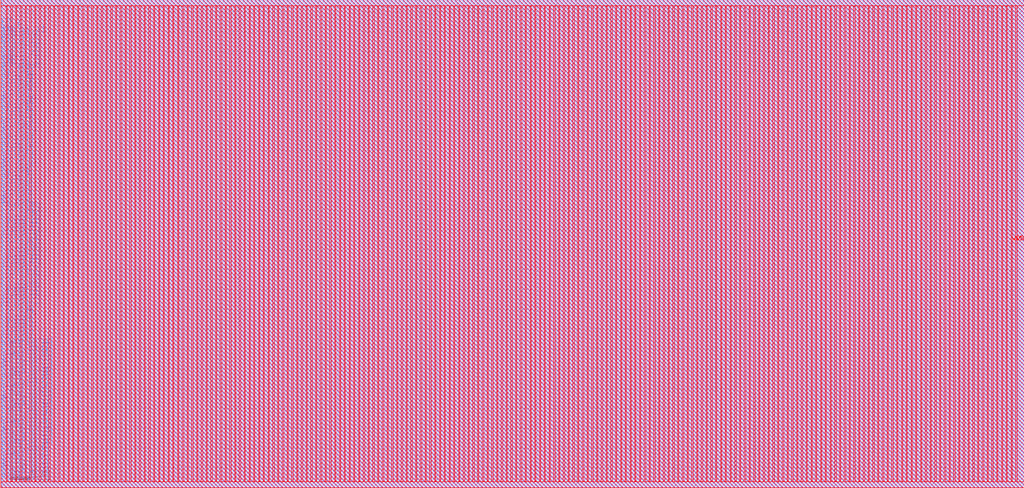
<source format=lef>
VERSION 5.7 ;
BUSBITCHARS "[]" ;
MACRO fakeram130_2048x39
  FOREIGN fakeram130_2048x39 0 0 ;
  SYMMETRY X Y R90 ;
  SIZE 1031.320 BY 492.320 ;
  CLASS BLOCK ;
  PIN w_mask_in[0]
    DIRECTION INPUT ;
    USE SIGNAL ;
    SHAPE ABUTMENT ;
    PORT
      LAYER met3 ;
      RECT 0.000 5.850 0.800 6.150 ;
    END
  END w_mask_in[0]
  PIN w_mask_in[1]
    DIRECTION INPUT ;
    USE SIGNAL ;
    SHAPE ABUTMENT ;
    PORT
      LAYER met3 ;
      RECT 0.000 9.450 0.800 9.750 ;
    END
  END w_mask_in[1]
  PIN w_mask_in[2]
    DIRECTION INPUT ;
    USE SIGNAL ;
    SHAPE ABUTMENT ;
    PORT
      LAYER met3 ;
      RECT 0.000 13.050 0.800 13.350 ;
    END
  END w_mask_in[2]
  PIN w_mask_in[3]
    DIRECTION INPUT ;
    USE SIGNAL ;
    SHAPE ABUTMENT ;
    PORT
      LAYER met3 ;
      RECT 0.000 16.650 0.800 16.950 ;
    END
  END w_mask_in[3]
  PIN w_mask_in[4]
    DIRECTION INPUT ;
    USE SIGNAL ;
    SHAPE ABUTMENT ;
    PORT
      LAYER met3 ;
      RECT 0.000 20.250 0.800 20.550 ;
    END
  END w_mask_in[4]
  PIN w_mask_in[5]
    DIRECTION INPUT ;
    USE SIGNAL ;
    SHAPE ABUTMENT ;
    PORT
      LAYER met3 ;
      RECT 0.000 23.850 0.800 24.150 ;
    END
  END w_mask_in[5]
  PIN w_mask_in[6]
    DIRECTION INPUT ;
    USE SIGNAL ;
    SHAPE ABUTMENT ;
    PORT
      LAYER met3 ;
      RECT 0.000 27.450 0.800 27.750 ;
    END
  END w_mask_in[6]
  PIN w_mask_in[7]
    DIRECTION INPUT ;
    USE SIGNAL ;
    SHAPE ABUTMENT ;
    PORT
      LAYER met3 ;
      RECT 0.000 31.050 0.800 31.350 ;
    END
  END w_mask_in[7]
  PIN w_mask_in[8]
    DIRECTION INPUT ;
    USE SIGNAL ;
    SHAPE ABUTMENT ;
    PORT
      LAYER met3 ;
      RECT 0.000 34.650 0.800 34.950 ;
    END
  END w_mask_in[8]
  PIN w_mask_in[9]
    DIRECTION INPUT ;
    USE SIGNAL ;
    SHAPE ABUTMENT ;
    PORT
      LAYER met3 ;
      RECT 0.000 38.250 0.800 38.550 ;
    END
  END w_mask_in[9]
  PIN w_mask_in[10]
    DIRECTION INPUT ;
    USE SIGNAL ;
    SHAPE ABUTMENT ;
    PORT
      LAYER met3 ;
      RECT 0.000 41.850 0.800 42.150 ;
    END
  END w_mask_in[10]
  PIN w_mask_in[11]
    DIRECTION INPUT ;
    USE SIGNAL ;
    SHAPE ABUTMENT ;
    PORT
      LAYER met3 ;
      RECT 0.000 45.450 0.800 45.750 ;
    END
  END w_mask_in[11]
  PIN w_mask_in[12]
    DIRECTION INPUT ;
    USE SIGNAL ;
    SHAPE ABUTMENT ;
    PORT
      LAYER met3 ;
      RECT 0.000 49.050 0.800 49.350 ;
    END
  END w_mask_in[12]
  PIN w_mask_in[13]
    DIRECTION INPUT ;
    USE SIGNAL ;
    SHAPE ABUTMENT ;
    PORT
      LAYER met3 ;
      RECT 0.000 52.650 0.800 52.950 ;
    END
  END w_mask_in[13]
  PIN w_mask_in[14]
    DIRECTION INPUT ;
    USE SIGNAL ;
    SHAPE ABUTMENT ;
    PORT
      LAYER met3 ;
      RECT 0.000 56.250 0.800 56.550 ;
    END
  END w_mask_in[14]
  PIN w_mask_in[15]
    DIRECTION INPUT ;
    USE SIGNAL ;
    SHAPE ABUTMENT ;
    PORT
      LAYER met3 ;
      RECT 0.000 59.850 0.800 60.150 ;
    END
  END w_mask_in[15]
  PIN w_mask_in[16]
    DIRECTION INPUT ;
    USE SIGNAL ;
    SHAPE ABUTMENT ;
    PORT
      LAYER met3 ;
      RECT 0.000 63.450 0.800 63.750 ;
    END
  END w_mask_in[16]
  PIN w_mask_in[17]
    DIRECTION INPUT ;
    USE SIGNAL ;
    SHAPE ABUTMENT ;
    PORT
      LAYER met3 ;
      RECT 0.000 67.050 0.800 67.350 ;
    END
  END w_mask_in[17]
  PIN w_mask_in[18]
    DIRECTION INPUT ;
    USE SIGNAL ;
    SHAPE ABUTMENT ;
    PORT
      LAYER met3 ;
      RECT 0.000 70.650 0.800 70.950 ;
    END
  END w_mask_in[18]
  PIN w_mask_in[19]
    DIRECTION INPUT ;
    USE SIGNAL ;
    SHAPE ABUTMENT ;
    PORT
      LAYER met3 ;
      RECT 0.000 74.250 0.800 74.550 ;
    END
  END w_mask_in[19]
  PIN w_mask_in[20]
    DIRECTION INPUT ;
    USE SIGNAL ;
    SHAPE ABUTMENT ;
    PORT
      LAYER met3 ;
      RECT 0.000 77.850 0.800 78.150 ;
    END
  END w_mask_in[20]
  PIN w_mask_in[21]
    DIRECTION INPUT ;
    USE SIGNAL ;
    SHAPE ABUTMENT ;
    PORT
      LAYER met3 ;
      RECT 0.000 81.450 0.800 81.750 ;
    END
  END w_mask_in[21]
  PIN w_mask_in[22]
    DIRECTION INPUT ;
    USE SIGNAL ;
    SHAPE ABUTMENT ;
    PORT
      LAYER met3 ;
      RECT 0.000 85.050 0.800 85.350 ;
    END
  END w_mask_in[22]
  PIN w_mask_in[23]
    DIRECTION INPUT ;
    USE SIGNAL ;
    SHAPE ABUTMENT ;
    PORT
      LAYER met3 ;
      RECT 0.000 88.650 0.800 88.950 ;
    END
  END w_mask_in[23]
  PIN w_mask_in[24]
    DIRECTION INPUT ;
    USE SIGNAL ;
    SHAPE ABUTMENT ;
    PORT
      LAYER met3 ;
      RECT 0.000 92.250 0.800 92.550 ;
    END
  END w_mask_in[24]
  PIN w_mask_in[25]
    DIRECTION INPUT ;
    USE SIGNAL ;
    SHAPE ABUTMENT ;
    PORT
      LAYER met3 ;
      RECT 0.000 95.850 0.800 96.150 ;
    END
  END w_mask_in[25]
  PIN w_mask_in[26]
    DIRECTION INPUT ;
    USE SIGNAL ;
    SHAPE ABUTMENT ;
    PORT
      LAYER met3 ;
      RECT 0.000 99.450 0.800 99.750 ;
    END
  END w_mask_in[26]
  PIN w_mask_in[27]
    DIRECTION INPUT ;
    USE SIGNAL ;
    SHAPE ABUTMENT ;
    PORT
      LAYER met3 ;
      RECT 0.000 103.050 0.800 103.350 ;
    END
  END w_mask_in[27]
  PIN w_mask_in[28]
    DIRECTION INPUT ;
    USE SIGNAL ;
    SHAPE ABUTMENT ;
    PORT
      LAYER met3 ;
      RECT 0.000 106.650 0.800 106.950 ;
    END
  END w_mask_in[28]
  PIN w_mask_in[29]
    DIRECTION INPUT ;
    USE SIGNAL ;
    SHAPE ABUTMENT ;
    PORT
      LAYER met3 ;
      RECT 0.000 110.250 0.800 110.550 ;
    END
  END w_mask_in[29]
  PIN w_mask_in[30]
    DIRECTION INPUT ;
    USE SIGNAL ;
    SHAPE ABUTMENT ;
    PORT
      LAYER met3 ;
      RECT 0.000 113.850 0.800 114.150 ;
    END
  END w_mask_in[30]
  PIN w_mask_in[31]
    DIRECTION INPUT ;
    USE SIGNAL ;
    SHAPE ABUTMENT ;
    PORT
      LAYER met3 ;
      RECT 0.000 117.450 0.800 117.750 ;
    END
  END w_mask_in[31]
  PIN w_mask_in[32]
    DIRECTION INPUT ;
    USE SIGNAL ;
    SHAPE ABUTMENT ;
    PORT
      LAYER met3 ;
      RECT 0.000 121.050 0.800 121.350 ;
    END
  END w_mask_in[32]
  PIN w_mask_in[33]
    DIRECTION INPUT ;
    USE SIGNAL ;
    SHAPE ABUTMENT ;
    PORT
      LAYER met3 ;
      RECT 0.000 124.650 0.800 124.950 ;
    END
  END w_mask_in[33]
  PIN w_mask_in[34]
    DIRECTION INPUT ;
    USE SIGNAL ;
    SHAPE ABUTMENT ;
    PORT
      LAYER met3 ;
      RECT 0.000 128.250 0.800 128.550 ;
    END
  END w_mask_in[34]
  PIN w_mask_in[35]
    DIRECTION INPUT ;
    USE SIGNAL ;
    SHAPE ABUTMENT ;
    PORT
      LAYER met3 ;
      RECT 0.000 131.850 0.800 132.150 ;
    END
  END w_mask_in[35]
  PIN w_mask_in[36]
    DIRECTION INPUT ;
    USE SIGNAL ;
    SHAPE ABUTMENT ;
    PORT
      LAYER met3 ;
      RECT 0.000 135.450 0.800 135.750 ;
    END
  END w_mask_in[36]
  PIN w_mask_in[37]
    DIRECTION INPUT ;
    USE SIGNAL ;
    SHAPE ABUTMENT ;
    PORT
      LAYER met3 ;
      RECT 0.000 139.050 0.800 139.350 ;
    END
  END w_mask_in[37]
  PIN w_mask_in[38]
    DIRECTION INPUT ;
    USE SIGNAL ;
    SHAPE ABUTMENT ;
    PORT
      LAYER met3 ;
      RECT 0.000 142.650 0.800 142.950 ;
    END
  END w_mask_in[38]
  PIN rd_out[0]
    DIRECTION OUTPUT ;
    USE SIGNAL ;
    SHAPE ABUTMENT ;
    PORT
      LAYER met3 ;
      RECT 0.000 144.450 0.800 144.750 ;
    END
  END rd_out[0]
  PIN rd_out[1]
    DIRECTION OUTPUT ;
    USE SIGNAL ;
    SHAPE ABUTMENT ;
    PORT
      LAYER met3 ;
      RECT 0.000 148.050 0.800 148.350 ;
    END
  END rd_out[1]
  PIN rd_out[2]
    DIRECTION OUTPUT ;
    USE SIGNAL ;
    SHAPE ABUTMENT ;
    PORT
      LAYER met3 ;
      RECT 0.000 151.650 0.800 151.950 ;
    END
  END rd_out[2]
  PIN rd_out[3]
    DIRECTION OUTPUT ;
    USE SIGNAL ;
    SHAPE ABUTMENT ;
    PORT
      LAYER met3 ;
      RECT 0.000 155.250 0.800 155.550 ;
    END
  END rd_out[3]
  PIN rd_out[4]
    DIRECTION OUTPUT ;
    USE SIGNAL ;
    SHAPE ABUTMENT ;
    PORT
      LAYER met3 ;
      RECT 0.000 158.850 0.800 159.150 ;
    END
  END rd_out[4]
  PIN rd_out[5]
    DIRECTION OUTPUT ;
    USE SIGNAL ;
    SHAPE ABUTMENT ;
    PORT
      LAYER met3 ;
      RECT 0.000 162.450 0.800 162.750 ;
    END
  END rd_out[5]
  PIN rd_out[6]
    DIRECTION OUTPUT ;
    USE SIGNAL ;
    SHAPE ABUTMENT ;
    PORT
      LAYER met3 ;
      RECT 0.000 166.050 0.800 166.350 ;
    END
  END rd_out[6]
  PIN rd_out[7]
    DIRECTION OUTPUT ;
    USE SIGNAL ;
    SHAPE ABUTMENT ;
    PORT
      LAYER met3 ;
      RECT 0.000 169.650 0.800 169.950 ;
    END
  END rd_out[7]
  PIN rd_out[8]
    DIRECTION OUTPUT ;
    USE SIGNAL ;
    SHAPE ABUTMENT ;
    PORT
      LAYER met3 ;
      RECT 0.000 173.250 0.800 173.550 ;
    END
  END rd_out[8]
  PIN rd_out[9]
    DIRECTION OUTPUT ;
    USE SIGNAL ;
    SHAPE ABUTMENT ;
    PORT
      LAYER met3 ;
      RECT 0.000 176.850 0.800 177.150 ;
    END
  END rd_out[9]
  PIN rd_out[10]
    DIRECTION OUTPUT ;
    USE SIGNAL ;
    SHAPE ABUTMENT ;
    PORT
      LAYER met3 ;
      RECT 0.000 180.450 0.800 180.750 ;
    END
  END rd_out[10]
  PIN rd_out[11]
    DIRECTION OUTPUT ;
    USE SIGNAL ;
    SHAPE ABUTMENT ;
    PORT
      LAYER met3 ;
      RECT 0.000 184.050 0.800 184.350 ;
    END
  END rd_out[11]
  PIN rd_out[12]
    DIRECTION OUTPUT ;
    USE SIGNAL ;
    SHAPE ABUTMENT ;
    PORT
      LAYER met3 ;
      RECT 0.000 187.650 0.800 187.950 ;
    END
  END rd_out[12]
  PIN rd_out[13]
    DIRECTION OUTPUT ;
    USE SIGNAL ;
    SHAPE ABUTMENT ;
    PORT
      LAYER met3 ;
      RECT 0.000 191.250 0.800 191.550 ;
    END
  END rd_out[13]
  PIN rd_out[14]
    DIRECTION OUTPUT ;
    USE SIGNAL ;
    SHAPE ABUTMENT ;
    PORT
      LAYER met3 ;
      RECT 0.000 194.850 0.800 195.150 ;
    END
  END rd_out[14]
  PIN rd_out[15]
    DIRECTION OUTPUT ;
    USE SIGNAL ;
    SHAPE ABUTMENT ;
    PORT
      LAYER met3 ;
      RECT 0.000 198.450 0.800 198.750 ;
    END
  END rd_out[15]
  PIN rd_out[16]
    DIRECTION OUTPUT ;
    USE SIGNAL ;
    SHAPE ABUTMENT ;
    PORT
      LAYER met3 ;
      RECT 0.000 202.050 0.800 202.350 ;
    END
  END rd_out[16]
  PIN rd_out[17]
    DIRECTION OUTPUT ;
    USE SIGNAL ;
    SHAPE ABUTMENT ;
    PORT
      LAYER met3 ;
      RECT 0.000 205.650 0.800 205.950 ;
    END
  END rd_out[17]
  PIN rd_out[18]
    DIRECTION OUTPUT ;
    USE SIGNAL ;
    SHAPE ABUTMENT ;
    PORT
      LAYER met3 ;
      RECT 0.000 209.250 0.800 209.550 ;
    END
  END rd_out[18]
  PIN rd_out[19]
    DIRECTION OUTPUT ;
    USE SIGNAL ;
    SHAPE ABUTMENT ;
    PORT
      LAYER met3 ;
      RECT 0.000 212.850 0.800 213.150 ;
    END
  END rd_out[19]
  PIN rd_out[20]
    DIRECTION OUTPUT ;
    USE SIGNAL ;
    SHAPE ABUTMENT ;
    PORT
      LAYER met3 ;
      RECT 0.000 216.450 0.800 216.750 ;
    END
  END rd_out[20]
  PIN rd_out[21]
    DIRECTION OUTPUT ;
    USE SIGNAL ;
    SHAPE ABUTMENT ;
    PORT
      LAYER met3 ;
      RECT 0.000 220.050 0.800 220.350 ;
    END
  END rd_out[21]
  PIN rd_out[22]
    DIRECTION OUTPUT ;
    USE SIGNAL ;
    SHAPE ABUTMENT ;
    PORT
      LAYER met3 ;
      RECT 0.000 223.650 0.800 223.950 ;
    END
  END rd_out[22]
  PIN rd_out[23]
    DIRECTION OUTPUT ;
    USE SIGNAL ;
    SHAPE ABUTMENT ;
    PORT
      LAYER met3 ;
      RECT 0.000 227.250 0.800 227.550 ;
    END
  END rd_out[23]
  PIN rd_out[24]
    DIRECTION OUTPUT ;
    USE SIGNAL ;
    SHAPE ABUTMENT ;
    PORT
      LAYER met3 ;
      RECT 0.000 230.850 0.800 231.150 ;
    END
  END rd_out[24]
  PIN rd_out[25]
    DIRECTION OUTPUT ;
    USE SIGNAL ;
    SHAPE ABUTMENT ;
    PORT
      LAYER met3 ;
      RECT 0.000 234.450 0.800 234.750 ;
    END
  END rd_out[25]
  PIN rd_out[26]
    DIRECTION OUTPUT ;
    USE SIGNAL ;
    SHAPE ABUTMENT ;
    PORT
      LAYER met3 ;
      RECT 0.000 238.050 0.800 238.350 ;
    END
  END rd_out[26]
  PIN rd_out[27]
    DIRECTION OUTPUT ;
    USE SIGNAL ;
    SHAPE ABUTMENT ;
    PORT
      LAYER met3 ;
      RECT 0.000 241.650 0.800 241.950 ;
    END
  END rd_out[27]
  PIN rd_out[28]
    DIRECTION OUTPUT ;
    USE SIGNAL ;
    SHAPE ABUTMENT ;
    PORT
      LAYER met3 ;
      RECT 0.000 245.250 0.800 245.550 ;
    END
  END rd_out[28]
  PIN rd_out[29]
    DIRECTION OUTPUT ;
    USE SIGNAL ;
    SHAPE ABUTMENT ;
    PORT
      LAYER met3 ;
      RECT 0.000 248.850 0.800 249.150 ;
    END
  END rd_out[29]
  PIN rd_out[30]
    DIRECTION OUTPUT ;
    USE SIGNAL ;
    SHAPE ABUTMENT ;
    PORT
      LAYER met3 ;
      RECT 0.000 252.450 0.800 252.750 ;
    END
  END rd_out[30]
  PIN rd_out[31]
    DIRECTION OUTPUT ;
    USE SIGNAL ;
    SHAPE ABUTMENT ;
    PORT
      LAYER met3 ;
      RECT 0.000 256.050 0.800 256.350 ;
    END
  END rd_out[31]
  PIN rd_out[32]
    DIRECTION OUTPUT ;
    USE SIGNAL ;
    SHAPE ABUTMENT ;
    PORT
      LAYER met3 ;
      RECT 0.000 259.650 0.800 259.950 ;
    END
  END rd_out[32]
  PIN rd_out[33]
    DIRECTION OUTPUT ;
    USE SIGNAL ;
    SHAPE ABUTMENT ;
    PORT
      LAYER met3 ;
      RECT 0.000 263.250 0.800 263.550 ;
    END
  END rd_out[33]
  PIN rd_out[34]
    DIRECTION OUTPUT ;
    USE SIGNAL ;
    SHAPE ABUTMENT ;
    PORT
      LAYER met3 ;
      RECT 0.000 266.850 0.800 267.150 ;
    END
  END rd_out[34]
  PIN rd_out[35]
    DIRECTION OUTPUT ;
    USE SIGNAL ;
    SHAPE ABUTMENT ;
    PORT
      LAYER met3 ;
      RECT 0.000 270.450 0.800 270.750 ;
    END
  END rd_out[35]
  PIN rd_out[36]
    DIRECTION OUTPUT ;
    USE SIGNAL ;
    SHAPE ABUTMENT ;
    PORT
      LAYER met3 ;
      RECT 0.000 274.050 0.800 274.350 ;
    END
  END rd_out[36]
  PIN rd_out[37]
    DIRECTION OUTPUT ;
    USE SIGNAL ;
    SHAPE ABUTMENT ;
    PORT
      LAYER met3 ;
      RECT 0.000 277.650 0.800 277.950 ;
    END
  END rd_out[37]
  PIN rd_out[38]
    DIRECTION OUTPUT ;
    USE SIGNAL ;
    SHAPE ABUTMENT ;
    PORT
      LAYER met3 ;
      RECT 0.000 281.250 0.800 281.550 ;
    END
  END rd_out[38]
  PIN wd_in[0]
    DIRECTION INPUT ;
    USE SIGNAL ;
    SHAPE ABUTMENT ;
    PORT
      LAYER met3 ;
      RECT 0.000 283.050 0.800 283.350 ;
    END
  END wd_in[0]
  PIN wd_in[1]
    DIRECTION INPUT ;
    USE SIGNAL ;
    SHAPE ABUTMENT ;
    PORT
      LAYER met3 ;
      RECT 0.000 286.650 0.800 286.950 ;
    END
  END wd_in[1]
  PIN wd_in[2]
    DIRECTION INPUT ;
    USE SIGNAL ;
    SHAPE ABUTMENT ;
    PORT
      LAYER met3 ;
      RECT 0.000 290.250 0.800 290.550 ;
    END
  END wd_in[2]
  PIN wd_in[3]
    DIRECTION INPUT ;
    USE SIGNAL ;
    SHAPE ABUTMENT ;
    PORT
      LAYER met3 ;
      RECT 0.000 293.850 0.800 294.150 ;
    END
  END wd_in[3]
  PIN wd_in[4]
    DIRECTION INPUT ;
    USE SIGNAL ;
    SHAPE ABUTMENT ;
    PORT
      LAYER met3 ;
      RECT 0.000 297.450 0.800 297.750 ;
    END
  END wd_in[4]
  PIN wd_in[5]
    DIRECTION INPUT ;
    USE SIGNAL ;
    SHAPE ABUTMENT ;
    PORT
      LAYER met3 ;
      RECT 0.000 301.050 0.800 301.350 ;
    END
  END wd_in[5]
  PIN wd_in[6]
    DIRECTION INPUT ;
    USE SIGNAL ;
    SHAPE ABUTMENT ;
    PORT
      LAYER met3 ;
      RECT 0.000 304.650 0.800 304.950 ;
    END
  END wd_in[6]
  PIN wd_in[7]
    DIRECTION INPUT ;
    USE SIGNAL ;
    SHAPE ABUTMENT ;
    PORT
      LAYER met3 ;
      RECT 0.000 308.250 0.800 308.550 ;
    END
  END wd_in[7]
  PIN wd_in[8]
    DIRECTION INPUT ;
    USE SIGNAL ;
    SHAPE ABUTMENT ;
    PORT
      LAYER met3 ;
      RECT 0.000 311.850 0.800 312.150 ;
    END
  END wd_in[8]
  PIN wd_in[9]
    DIRECTION INPUT ;
    USE SIGNAL ;
    SHAPE ABUTMENT ;
    PORT
      LAYER met3 ;
      RECT 0.000 315.450 0.800 315.750 ;
    END
  END wd_in[9]
  PIN wd_in[10]
    DIRECTION INPUT ;
    USE SIGNAL ;
    SHAPE ABUTMENT ;
    PORT
      LAYER met3 ;
      RECT 0.000 319.050 0.800 319.350 ;
    END
  END wd_in[10]
  PIN wd_in[11]
    DIRECTION INPUT ;
    USE SIGNAL ;
    SHAPE ABUTMENT ;
    PORT
      LAYER met3 ;
      RECT 0.000 322.650 0.800 322.950 ;
    END
  END wd_in[11]
  PIN wd_in[12]
    DIRECTION INPUT ;
    USE SIGNAL ;
    SHAPE ABUTMENT ;
    PORT
      LAYER met3 ;
      RECT 0.000 326.250 0.800 326.550 ;
    END
  END wd_in[12]
  PIN wd_in[13]
    DIRECTION INPUT ;
    USE SIGNAL ;
    SHAPE ABUTMENT ;
    PORT
      LAYER met3 ;
      RECT 0.000 329.850 0.800 330.150 ;
    END
  END wd_in[13]
  PIN wd_in[14]
    DIRECTION INPUT ;
    USE SIGNAL ;
    SHAPE ABUTMENT ;
    PORT
      LAYER met3 ;
      RECT 0.000 333.450 0.800 333.750 ;
    END
  END wd_in[14]
  PIN wd_in[15]
    DIRECTION INPUT ;
    USE SIGNAL ;
    SHAPE ABUTMENT ;
    PORT
      LAYER met3 ;
      RECT 0.000 337.050 0.800 337.350 ;
    END
  END wd_in[15]
  PIN wd_in[16]
    DIRECTION INPUT ;
    USE SIGNAL ;
    SHAPE ABUTMENT ;
    PORT
      LAYER met3 ;
      RECT 0.000 340.650 0.800 340.950 ;
    END
  END wd_in[16]
  PIN wd_in[17]
    DIRECTION INPUT ;
    USE SIGNAL ;
    SHAPE ABUTMENT ;
    PORT
      LAYER met3 ;
      RECT 0.000 344.250 0.800 344.550 ;
    END
  END wd_in[17]
  PIN wd_in[18]
    DIRECTION INPUT ;
    USE SIGNAL ;
    SHAPE ABUTMENT ;
    PORT
      LAYER met3 ;
      RECT 0.000 347.850 0.800 348.150 ;
    END
  END wd_in[18]
  PIN wd_in[19]
    DIRECTION INPUT ;
    USE SIGNAL ;
    SHAPE ABUTMENT ;
    PORT
      LAYER met3 ;
      RECT 0.000 351.450 0.800 351.750 ;
    END
  END wd_in[19]
  PIN wd_in[20]
    DIRECTION INPUT ;
    USE SIGNAL ;
    SHAPE ABUTMENT ;
    PORT
      LAYER met3 ;
      RECT 0.000 355.050 0.800 355.350 ;
    END
  END wd_in[20]
  PIN wd_in[21]
    DIRECTION INPUT ;
    USE SIGNAL ;
    SHAPE ABUTMENT ;
    PORT
      LAYER met3 ;
      RECT 0.000 358.650 0.800 358.950 ;
    END
  END wd_in[21]
  PIN wd_in[22]
    DIRECTION INPUT ;
    USE SIGNAL ;
    SHAPE ABUTMENT ;
    PORT
      LAYER met3 ;
      RECT 0.000 362.250 0.800 362.550 ;
    END
  END wd_in[22]
  PIN wd_in[23]
    DIRECTION INPUT ;
    USE SIGNAL ;
    SHAPE ABUTMENT ;
    PORT
      LAYER met3 ;
      RECT 0.000 365.850 0.800 366.150 ;
    END
  END wd_in[23]
  PIN wd_in[24]
    DIRECTION INPUT ;
    USE SIGNAL ;
    SHAPE ABUTMENT ;
    PORT
      LAYER met3 ;
      RECT 0.000 369.450 0.800 369.750 ;
    END
  END wd_in[24]
  PIN wd_in[25]
    DIRECTION INPUT ;
    USE SIGNAL ;
    SHAPE ABUTMENT ;
    PORT
      LAYER met3 ;
      RECT 0.000 373.050 0.800 373.350 ;
    END
  END wd_in[25]
  PIN wd_in[26]
    DIRECTION INPUT ;
    USE SIGNAL ;
    SHAPE ABUTMENT ;
    PORT
      LAYER met3 ;
      RECT 0.000 376.650 0.800 376.950 ;
    END
  END wd_in[26]
  PIN wd_in[27]
    DIRECTION INPUT ;
    USE SIGNAL ;
    SHAPE ABUTMENT ;
    PORT
      LAYER met3 ;
      RECT 0.000 380.250 0.800 380.550 ;
    END
  END wd_in[27]
  PIN wd_in[28]
    DIRECTION INPUT ;
    USE SIGNAL ;
    SHAPE ABUTMENT ;
    PORT
      LAYER met3 ;
      RECT 0.000 383.850 0.800 384.150 ;
    END
  END wd_in[28]
  PIN wd_in[29]
    DIRECTION INPUT ;
    USE SIGNAL ;
    SHAPE ABUTMENT ;
    PORT
      LAYER met3 ;
      RECT 0.000 387.450 0.800 387.750 ;
    END
  END wd_in[29]
  PIN wd_in[30]
    DIRECTION INPUT ;
    USE SIGNAL ;
    SHAPE ABUTMENT ;
    PORT
      LAYER met3 ;
      RECT 0.000 391.050 0.800 391.350 ;
    END
  END wd_in[30]
  PIN wd_in[31]
    DIRECTION INPUT ;
    USE SIGNAL ;
    SHAPE ABUTMENT ;
    PORT
      LAYER met3 ;
      RECT 0.000 394.650 0.800 394.950 ;
    END
  END wd_in[31]
  PIN wd_in[32]
    DIRECTION INPUT ;
    USE SIGNAL ;
    SHAPE ABUTMENT ;
    PORT
      LAYER met3 ;
      RECT 0.000 398.250 0.800 398.550 ;
    END
  END wd_in[32]
  PIN wd_in[33]
    DIRECTION INPUT ;
    USE SIGNAL ;
    SHAPE ABUTMENT ;
    PORT
      LAYER met3 ;
      RECT 0.000 401.850 0.800 402.150 ;
    END
  END wd_in[33]
  PIN wd_in[34]
    DIRECTION INPUT ;
    USE SIGNAL ;
    SHAPE ABUTMENT ;
    PORT
      LAYER met3 ;
      RECT 0.000 405.450 0.800 405.750 ;
    END
  END wd_in[34]
  PIN wd_in[35]
    DIRECTION INPUT ;
    USE SIGNAL ;
    SHAPE ABUTMENT ;
    PORT
      LAYER met3 ;
      RECT 0.000 409.050 0.800 409.350 ;
    END
  END wd_in[35]
  PIN wd_in[36]
    DIRECTION INPUT ;
    USE SIGNAL ;
    SHAPE ABUTMENT ;
    PORT
      LAYER met3 ;
      RECT 0.000 412.650 0.800 412.950 ;
    END
  END wd_in[36]
  PIN wd_in[37]
    DIRECTION INPUT ;
    USE SIGNAL ;
    SHAPE ABUTMENT ;
    PORT
      LAYER met3 ;
      RECT 0.000 416.250 0.800 416.550 ;
    END
  END wd_in[37]
  PIN wd_in[38]
    DIRECTION INPUT ;
    USE SIGNAL ;
    SHAPE ABUTMENT ;
    PORT
      LAYER met3 ;
      RECT 0.000 419.850 0.800 420.150 ;
    END
  END wd_in[38]
  PIN addr_in[0]
    DIRECTION INPUT ;
    USE SIGNAL ;
    SHAPE ABUTMENT ;
    PORT
      LAYER met3 ;
      RECT 0.000 421.650 0.800 421.950 ;
    END
  END addr_in[0]
  PIN addr_in[1]
    DIRECTION INPUT ;
    USE SIGNAL ;
    SHAPE ABUTMENT ;
    PORT
      LAYER met3 ;
      RECT 0.000 425.250 0.800 425.550 ;
    END
  END addr_in[1]
  PIN addr_in[2]
    DIRECTION INPUT ;
    USE SIGNAL ;
    SHAPE ABUTMENT ;
    PORT
      LAYER met3 ;
      RECT 0.000 428.850 0.800 429.150 ;
    END
  END addr_in[2]
  PIN addr_in[3]
    DIRECTION INPUT ;
    USE SIGNAL ;
    SHAPE ABUTMENT ;
    PORT
      LAYER met3 ;
      RECT 0.000 432.450 0.800 432.750 ;
    END
  END addr_in[3]
  PIN addr_in[4]
    DIRECTION INPUT ;
    USE SIGNAL ;
    SHAPE ABUTMENT ;
    PORT
      LAYER met3 ;
      RECT 0.000 436.050 0.800 436.350 ;
    END
  END addr_in[4]
  PIN addr_in[5]
    DIRECTION INPUT ;
    USE SIGNAL ;
    SHAPE ABUTMENT ;
    PORT
      LAYER met3 ;
      RECT 0.000 439.650 0.800 439.950 ;
    END
  END addr_in[5]
  PIN addr_in[6]
    DIRECTION INPUT ;
    USE SIGNAL ;
    SHAPE ABUTMENT ;
    PORT
      LAYER met3 ;
      RECT 0.000 443.250 0.800 443.550 ;
    END
  END addr_in[6]
  PIN addr_in[7]
    DIRECTION INPUT ;
    USE SIGNAL ;
    SHAPE ABUTMENT ;
    PORT
      LAYER met3 ;
      RECT 0.000 446.850 0.800 447.150 ;
    END
  END addr_in[7]
  PIN addr_in[8]
    DIRECTION INPUT ;
    USE SIGNAL ;
    SHAPE ABUTMENT ;
    PORT
      LAYER met3 ;
      RECT 0.000 450.450 0.800 450.750 ;
    END
  END addr_in[8]
  PIN addr_in[9]
    DIRECTION INPUT ;
    USE SIGNAL ;
    SHAPE ABUTMENT ;
    PORT
      LAYER met3 ;
      RECT 0.000 454.050 0.800 454.350 ;
    END
  END addr_in[9]
  PIN addr_in[10]
    DIRECTION INPUT ;
    USE SIGNAL ;
    SHAPE ABUTMENT ;
    PORT
      LAYER met3 ;
      RECT 0.000 457.650 0.800 457.950 ;
    END
  END addr_in[10]
  PIN we_in
    DIRECTION INPUT ;
    USE SIGNAL ;
    SHAPE ABUTMENT ;
    PORT
      LAYER met3 ;
      RECT 0.000 459.450 0.800 459.750 ;
    END
  END we_in
  PIN ce_in
    DIRECTION INPUT ;
    USE SIGNAL ;
    SHAPE ABUTMENT ;
    PORT
      LAYER met3 ;
      RECT 0.000 463.050 0.800 463.350 ;
    END
  END ce_in
  PIN clk
    DIRECTION INPUT ;
    USE SIGNAL ;
    SHAPE ABUTMENT ;
    PORT
      LAYER met3 ;
      RECT 0.000 466.650 0.800 466.950 ;
    END
  END clk
  PIN VSS
    DIRECTION INOUT ;
    USE GROUND ;
    PORT
      LAYER met4 ;
      RECT 5.400 6.000 6.600 486.320 ;
      RECT 15.000 6.000 16.200 486.320 ;
      RECT 24.600 6.000 25.800 486.320 ;
      RECT 34.200 6.000 35.400 486.320 ;
      RECT 43.800 6.000 45.000 486.320 ;
      RECT 53.400 6.000 54.600 486.320 ;
      RECT 63.000 6.000 64.200 486.320 ;
      RECT 72.600 6.000 73.800 486.320 ;
      RECT 82.200 6.000 83.400 486.320 ;
      RECT 91.800 6.000 93.000 486.320 ;
      RECT 101.400 6.000 102.600 486.320 ;
      RECT 111.000 6.000 112.200 486.320 ;
      RECT 120.600 6.000 121.800 486.320 ;
      RECT 130.200 6.000 131.400 486.320 ;
      RECT 139.800 6.000 141.000 486.320 ;
      RECT 149.400 6.000 150.600 486.320 ;
      RECT 159.000 6.000 160.200 486.320 ;
      RECT 168.600 6.000 169.800 486.320 ;
      RECT 178.200 6.000 179.400 486.320 ;
      RECT 187.800 6.000 189.000 486.320 ;
      RECT 197.400 6.000 198.600 486.320 ;
      RECT 207.000 6.000 208.200 486.320 ;
      RECT 216.600 6.000 217.800 486.320 ;
      RECT 226.200 6.000 227.400 486.320 ;
      RECT 235.800 6.000 237.000 486.320 ;
      RECT 245.400 6.000 246.600 486.320 ;
      RECT 255.000 6.000 256.200 486.320 ;
      RECT 264.600 6.000 265.800 486.320 ;
      RECT 274.200 6.000 275.400 486.320 ;
      RECT 283.800 6.000 285.000 486.320 ;
      RECT 293.400 6.000 294.600 486.320 ;
      RECT 303.000 6.000 304.200 486.320 ;
      RECT 312.600 6.000 313.800 486.320 ;
      RECT 322.200 6.000 323.400 486.320 ;
      RECT 331.800 6.000 333.000 486.320 ;
      RECT 341.400 6.000 342.600 486.320 ;
      RECT 351.000 6.000 352.200 486.320 ;
      RECT 360.600 6.000 361.800 486.320 ;
      RECT 370.200 6.000 371.400 486.320 ;
      RECT 379.800 6.000 381.000 486.320 ;
      RECT 389.400 6.000 390.600 486.320 ;
      RECT 399.000 6.000 400.200 486.320 ;
      RECT 408.600 6.000 409.800 486.320 ;
      RECT 418.200 6.000 419.400 486.320 ;
      RECT 427.800 6.000 429.000 486.320 ;
      RECT 437.400 6.000 438.600 486.320 ;
      RECT 447.000 6.000 448.200 486.320 ;
      RECT 456.600 6.000 457.800 486.320 ;
      RECT 466.200 6.000 467.400 486.320 ;
      RECT 475.800 6.000 477.000 486.320 ;
      RECT 485.400 6.000 486.600 486.320 ;
      RECT 495.000 6.000 496.200 486.320 ;
      RECT 504.600 6.000 505.800 486.320 ;
      RECT 514.200 6.000 515.400 486.320 ;
      RECT 523.800 6.000 525.000 486.320 ;
      RECT 533.400 6.000 534.600 486.320 ;
      RECT 543.000 6.000 544.200 486.320 ;
      RECT 552.600 6.000 553.800 486.320 ;
      RECT 562.200 6.000 563.400 486.320 ;
      RECT 571.800 6.000 573.000 486.320 ;
      RECT 581.400 6.000 582.600 486.320 ;
      RECT 591.000 6.000 592.200 486.320 ;
      RECT 600.600 6.000 601.800 486.320 ;
      RECT 610.200 6.000 611.400 486.320 ;
      RECT 619.800 6.000 621.000 486.320 ;
      RECT 629.400 6.000 630.600 486.320 ;
      RECT 639.000 6.000 640.200 486.320 ;
      RECT 648.600 6.000 649.800 486.320 ;
      RECT 658.200 6.000 659.400 486.320 ;
      RECT 667.800 6.000 669.000 486.320 ;
      RECT 677.400 6.000 678.600 486.320 ;
      RECT 687.000 6.000 688.200 486.320 ;
      RECT 696.600 6.000 697.800 486.320 ;
      RECT 706.200 6.000 707.400 486.320 ;
      RECT 715.800 6.000 717.000 486.320 ;
      RECT 725.400 6.000 726.600 486.320 ;
      RECT 735.000 6.000 736.200 486.320 ;
      RECT 744.600 6.000 745.800 486.320 ;
      RECT 754.200 6.000 755.400 486.320 ;
      RECT 763.800 6.000 765.000 486.320 ;
      RECT 773.400 6.000 774.600 486.320 ;
      RECT 783.000 6.000 784.200 486.320 ;
      RECT 792.600 6.000 793.800 486.320 ;
      RECT 802.200 6.000 803.400 486.320 ;
      RECT 811.800 6.000 813.000 486.320 ;
      RECT 821.400 6.000 822.600 486.320 ;
      RECT 831.000 6.000 832.200 486.320 ;
      RECT 840.600 6.000 841.800 486.320 ;
      RECT 850.200 6.000 851.400 486.320 ;
      RECT 859.800 6.000 861.000 486.320 ;
      RECT 869.400 6.000 870.600 486.320 ;
      RECT 879.000 6.000 880.200 486.320 ;
      RECT 888.600 6.000 889.800 486.320 ;
      RECT 898.200 6.000 899.400 486.320 ;
      RECT 907.800 6.000 909.000 486.320 ;
      RECT 917.400 6.000 918.600 486.320 ;
      RECT 927.000 6.000 928.200 486.320 ;
      RECT 936.600 6.000 937.800 486.320 ;
      RECT 946.200 6.000 947.400 486.320 ;
      RECT 955.800 6.000 957.000 486.320 ;
      RECT 965.400 6.000 966.600 486.320 ;
      RECT 975.000 6.000 976.200 486.320 ;
      RECT 984.600 6.000 985.800 486.320 ;
      RECT 994.200 6.000 995.400 486.320 ;
      RECT 1003.800 6.000 1005.000 486.320 ;
      RECT 1013.400 6.000 1014.600 486.320 ;
      RECT 1023.000 6.000 1024.200 486.320 ;
    END
  END VSS
  PIN VDD
    DIRECTION INOUT ;
    USE POWER ;
    PORT
      LAYER met4 ;
      RECT 10.200 6.000 11.400 486.320 ;
      RECT 19.800 6.000 21.000 486.320 ;
      RECT 29.400 6.000 30.600 486.320 ;
      RECT 39.000 6.000 40.200 486.320 ;
      RECT 48.600 6.000 49.800 486.320 ;
      RECT 58.200 6.000 59.400 486.320 ;
      RECT 67.800 6.000 69.000 486.320 ;
      RECT 77.400 6.000 78.600 486.320 ;
      RECT 87.000 6.000 88.200 486.320 ;
      RECT 96.600 6.000 97.800 486.320 ;
      RECT 106.200 6.000 107.400 486.320 ;
      RECT 115.800 6.000 117.000 486.320 ;
      RECT 125.400 6.000 126.600 486.320 ;
      RECT 135.000 6.000 136.200 486.320 ;
      RECT 144.600 6.000 145.800 486.320 ;
      RECT 154.200 6.000 155.400 486.320 ;
      RECT 163.800 6.000 165.000 486.320 ;
      RECT 173.400 6.000 174.600 486.320 ;
      RECT 183.000 6.000 184.200 486.320 ;
      RECT 192.600 6.000 193.800 486.320 ;
      RECT 202.200 6.000 203.400 486.320 ;
      RECT 211.800 6.000 213.000 486.320 ;
      RECT 221.400 6.000 222.600 486.320 ;
      RECT 231.000 6.000 232.200 486.320 ;
      RECT 240.600 6.000 241.800 486.320 ;
      RECT 250.200 6.000 251.400 486.320 ;
      RECT 259.800 6.000 261.000 486.320 ;
      RECT 269.400 6.000 270.600 486.320 ;
      RECT 279.000 6.000 280.200 486.320 ;
      RECT 288.600 6.000 289.800 486.320 ;
      RECT 298.200 6.000 299.400 486.320 ;
      RECT 307.800 6.000 309.000 486.320 ;
      RECT 317.400 6.000 318.600 486.320 ;
      RECT 327.000 6.000 328.200 486.320 ;
      RECT 336.600 6.000 337.800 486.320 ;
      RECT 346.200 6.000 347.400 486.320 ;
      RECT 355.800 6.000 357.000 486.320 ;
      RECT 365.400 6.000 366.600 486.320 ;
      RECT 375.000 6.000 376.200 486.320 ;
      RECT 384.600 6.000 385.800 486.320 ;
      RECT 394.200 6.000 395.400 486.320 ;
      RECT 403.800 6.000 405.000 486.320 ;
      RECT 413.400 6.000 414.600 486.320 ;
      RECT 423.000 6.000 424.200 486.320 ;
      RECT 432.600 6.000 433.800 486.320 ;
      RECT 442.200 6.000 443.400 486.320 ;
      RECT 451.800 6.000 453.000 486.320 ;
      RECT 461.400 6.000 462.600 486.320 ;
      RECT 471.000 6.000 472.200 486.320 ;
      RECT 480.600 6.000 481.800 486.320 ;
      RECT 490.200 6.000 491.400 486.320 ;
      RECT 499.800 6.000 501.000 486.320 ;
      RECT 509.400 6.000 510.600 486.320 ;
      RECT 519.000 6.000 520.200 486.320 ;
      RECT 528.600 6.000 529.800 486.320 ;
      RECT 538.200 6.000 539.400 486.320 ;
      RECT 547.800 6.000 549.000 486.320 ;
      RECT 557.400 6.000 558.600 486.320 ;
      RECT 567.000 6.000 568.200 486.320 ;
      RECT 576.600 6.000 577.800 486.320 ;
      RECT 586.200 6.000 587.400 486.320 ;
      RECT 595.800 6.000 597.000 486.320 ;
      RECT 605.400 6.000 606.600 486.320 ;
      RECT 615.000 6.000 616.200 486.320 ;
      RECT 624.600 6.000 625.800 486.320 ;
      RECT 634.200 6.000 635.400 486.320 ;
      RECT 643.800 6.000 645.000 486.320 ;
      RECT 653.400 6.000 654.600 486.320 ;
      RECT 663.000 6.000 664.200 486.320 ;
      RECT 672.600 6.000 673.800 486.320 ;
      RECT 682.200 6.000 683.400 486.320 ;
      RECT 691.800 6.000 693.000 486.320 ;
      RECT 701.400 6.000 702.600 486.320 ;
      RECT 711.000 6.000 712.200 486.320 ;
      RECT 720.600 6.000 721.800 486.320 ;
      RECT 730.200 6.000 731.400 486.320 ;
      RECT 739.800 6.000 741.000 486.320 ;
      RECT 749.400 6.000 750.600 486.320 ;
      RECT 759.000 6.000 760.200 486.320 ;
      RECT 768.600 6.000 769.800 486.320 ;
      RECT 778.200 6.000 779.400 486.320 ;
      RECT 787.800 6.000 789.000 486.320 ;
      RECT 797.400 6.000 798.600 486.320 ;
      RECT 807.000 6.000 808.200 486.320 ;
      RECT 816.600 6.000 817.800 486.320 ;
      RECT 826.200 6.000 827.400 486.320 ;
      RECT 835.800 6.000 837.000 486.320 ;
      RECT 845.400 6.000 846.600 486.320 ;
      RECT 855.000 6.000 856.200 486.320 ;
      RECT 864.600 6.000 865.800 486.320 ;
      RECT 874.200 6.000 875.400 486.320 ;
      RECT 883.800 6.000 885.000 486.320 ;
      RECT 893.400 6.000 894.600 486.320 ;
      RECT 903.000 6.000 904.200 486.320 ;
      RECT 912.600 6.000 913.800 486.320 ;
      RECT 922.200 6.000 923.400 486.320 ;
      RECT 931.800 6.000 933.000 486.320 ;
      RECT 941.400 6.000 942.600 486.320 ;
      RECT 951.000 6.000 952.200 486.320 ;
      RECT 960.600 6.000 961.800 486.320 ;
      RECT 970.200 6.000 971.400 486.320 ;
      RECT 979.800 6.000 981.000 486.320 ;
      RECT 989.400 6.000 990.600 486.320 ;
      RECT 999.000 6.000 1000.200 486.320 ;
      RECT 1008.600 6.000 1009.800 486.320 ;
      RECT 1018.200 6.000 1019.400 486.320 ;
    END
  END VDD
  OBS
    LAYER met1 ;
    RECT 0 0 1031.320 492.320 ;
    LAYER met2 ;
    RECT 0 0 1031.320 492.320 ;
    LAYER met3 ;
    RECT 0.800 0 1031.320 492.320 ;
    RECT 0 0.000 0.800 5.850 ;
    RECT 0 6.150 0.800 9.450 ;
    RECT 0 9.750 0.800 13.050 ;
    RECT 0 13.350 0.800 16.650 ;
    RECT 0 16.950 0.800 20.250 ;
    RECT 0 20.550 0.800 23.850 ;
    RECT 0 24.150 0.800 27.450 ;
    RECT 0 27.750 0.800 31.050 ;
    RECT 0 31.350 0.800 34.650 ;
    RECT 0 34.950 0.800 38.250 ;
    RECT 0 38.550 0.800 41.850 ;
    RECT 0 42.150 0.800 45.450 ;
    RECT 0 45.750 0.800 49.050 ;
    RECT 0 49.350 0.800 52.650 ;
    RECT 0 52.950 0.800 56.250 ;
    RECT 0 56.550 0.800 59.850 ;
    RECT 0 60.150 0.800 63.450 ;
    RECT 0 63.750 0.800 67.050 ;
    RECT 0 67.350 0.800 70.650 ;
    RECT 0 70.950 0.800 74.250 ;
    RECT 0 74.550 0.800 77.850 ;
    RECT 0 78.150 0.800 81.450 ;
    RECT 0 81.750 0.800 85.050 ;
    RECT 0 85.350 0.800 88.650 ;
    RECT 0 88.950 0.800 92.250 ;
    RECT 0 92.550 0.800 95.850 ;
    RECT 0 96.150 0.800 99.450 ;
    RECT 0 99.750 0.800 103.050 ;
    RECT 0 103.350 0.800 106.650 ;
    RECT 0 106.950 0.800 110.250 ;
    RECT 0 110.550 0.800 113.850 ;
    RECT 0 114.150 0.800 117.450 ;
    RECT 0 117.750 0.800 121.050 ;
    RECT 0 121.350 0.800 124.650 ;
    RECT 0 124.950 0.800 128.250 ;
    RECT 0 128.550 0.800 131.850 ;
    RECT 0 132.150 0.800 135.450 ;
    RECT 0 135.750 0.800 139.050 ;
    RECT 0 139.350 0.800 142.650 ;
    RECT 0 142.950 0.800 144.450 ;
    RECT 0 144.750 0.800 148.050 ;
    RECT 0 148.350 0.800 151.650 ;
    RECT 0 151.950 0.800 155.250 ;
    RECT 0 155.550 0.800 158.850 ;
    RECT 0 159.150 0.800 162.450 ;
    RECT 0 162.750 0.800 166.050 ;
    RECT 0 166.350 0.800 169.650 ;
    RECT 0 169.950 0.800 173.250 ;
    RECT 0 173.550 0.800 176.850 ;
    RECT 0 177.150 0.800 180.450 ;
    RECT 0 180.750 0.800 184.050 ;
    RECT 0 184.350 0.800 187.650 ;
    RECT 0 187.950 0.800 191.250 ;
    RECT 0 191.550 0.800 194.850 ;
    RECT 0 195.150 0.800 198.450 ;
    RECT 0 198.750 0.800 202.050 ;
    RECT 0 202.350 0.800 205.650 ;
    RECT 0 205.950 0.800 209.250 ;
    RECT 0 209.550 0.800 212.850 ;
    RECT 0 213.150 0.800 216.450 ;
    RECT 0 216.750 0.800 220.050 ;
    RECT 0 220.350 0.800 223.650 ;
    RECT 0 223.950 0.800 227.250 ;
    RECT 0 227.550 0.800 230.850 ;
    RECT 0 231.150 0.800 234.450 ;
    RECT 0 234.750 0.800 238.050 ;
    RECT 0 238.350 0.800 241.650 ;
    RECT 0 241.950 0.800 245.250 ;
    RECT 0 245.550 0.800 248.850 ;
    RECT 0 249.150 0.800 252.450 ;
    RECT 0 252.750 0.800 256.050 ;
    RECT 0 256.350 0.800 259.650 ;
    RECT 0 259.950 0.800 263.250 ;
    RECT 0 263.550 0.800 266.850 ;
    RECT 0 267.150 0.800 270.450 ;
    RECT 0 270.750 0.800 274.050 ;
    RECT 0 274.350 0.800 277.650 ;
    RECT 0 277.950 0.800 281.250 ;
    RECT 0 281.550 0.800 283.050 ;
    RECT 0 283.350 0.800 286.650 ;
    RECT 0 286.950 0.800 290.250 ;
    RECT 0 290.550 0.800 293.850 ;
    RECT 0 294.150 0.800 297.450 ;
    RECT 0 297.750 0.800 301.050 ;
    RECT 0 301.350 0.800 304.650 ;
    RECT 0 304.950 0.800 308.250 ;
    RECT 0 308.550 0.800 311.850 ;
    RECT 0 312.150 0.800 315.450 ;
    RECT 0 315.750 0.800 319.050 ;
    RECT 0 319.350 0.800 322.650 ;
    RECT 0 322.950 0.800 326.250 ;
    RECT 0 326.550 0.800 329.850 ;
    RECT 0 330.150 0.800 333.450 ;
    RECT 0 333.750 0.800 337.050 ;
    RECT 0 337.350 0.800 340.650 ;
    RECT 0 340.950 0.800 344.250 ;
    RECT 0 344.550 0.800 347.850 ;
    RECT 0 348.150 0.800 351.450 ;
    RECT 0 351.750 0.800 355.050 ;
    RECT 0 355.350 0.800 358.650 ;
    RECT 0 358.950 0.800 362.250 ;
    RECT 0 362.550 0.800 365.850 ;
    RECT 0 366.150 0.800 369.450 ;
    RECT 0 369.750 0.800 373.050 ;
    RECT 0 373.350 0.800 376.650 ;
    RECT 0 376.950 0.800 380.250 ;
    RECT 0 380.550 0.800 383.850 ;
    RECT 0 384.150 0.800 387.450 ;
    RECT 0 387.750 0.800 391.050 ;
    RECT 0 391.350 0.800 394.650 ;
    RECT 0 394.950 0.800 398.250 ;
    RECT 0 398.550 0.800 401.850 ;
    RECT 0 402.150 0.800 405.450 ;
    RECT 0 405.750 0.800 409.050 ;
    RECT 0 409.350 0.800 412.650 ;
    RECT 0 412.950 0.800 416.250 ;
    RECT 0 416.550 0.800 419.850 ;
    RECT 0 420.150 0.800 421.650 ;
    RECT 0 421.950 0.800 425.250 ;
    RECT 0 425.550 0.800 428.850 ;
    RECT 0 429.150 0.800 432.450 ;
    RECT 0 432.750 0.800 436.050 ;
    RECT 0 436.350 0.800 439.650 ;
    RECT 0 439.950 0.800 443.250 ;
    RECT 0 443.550 0.800 446.850 ;
    RECT 0 447.150 0.800 450.450 ;
    RECT 0 450.750 0.800 454.050 ;
    RECT 0 454.350 0.800 457.650 ;
    RECT 0 457.950 0.800 459.450 ;
    RECT 0 459.750 0.800 463.050 ;
    RECT 0 463.350 0.800 466.650 ;
    RECT 0 466.950 0.800 492.320 ;
    LAYER met4 ;
    RECT 0 0 1031.320 6.000 ;
    RECT 0 486.320 1031.320 492.320 ;
    RECT 0.000 6.000 5.400 486.320 ;
    RECT 6.600 6.000 10.200 486.320 ;
    RECT 11.400 6.000 15.000 486.320 ;
    RECT 16.200 6.000 19.800 486.320 ;
    RECT 21.000 6.000 24.600 486.320 ;
    RECT 25.800 6.000 29.400 486.320 ;
    RECT 30.600 6.000 34.200 486.320 ;
    RECT 35.400 6.000 39.000 486.320 ;
    RECT 40.200 6.000 43.800 486.320 ;
    RECT 45.000 6.000 48.600 486.320 ;
    RECT 49.800 6.000 53.400 486.320 ;
    RECT 54.600 6.000 58.200 486.320 ;
    RECT 59.400 6.000 63.000 486.320 ;
    RECT 64.200 6.000 67.800 486.320 ;
    RECT 69.000 6.000 72.600 486.320 ;
    RECT 73.800 6.000 77.400 486.320 ;
    RECT 78.600 6.000 82.200 486.320 ;
    RECT 83.400 6.000 87.000 486.320 ;
    RECT 88.200 6.000 91.800 486.320 ;
    RECT 93.000 6.000 96.600 486.320 ;
    RECT 97.800 6.000 101.400 486.320 ;
    RECT 102.600 6.000 106.200 486.320 ;
    RECT 107.400 6.000 111.000 486.320 ;
    RECT 112.200 6.000 115.800 486.320 ;
    RECT 117.000 6.000 120.600 486.320 ;
    RECT 121.800 6.000 125.400 486.320 ;
    RECT 126.600 6.000 130.200 486.320 ;
    RECT 131.400 6.000 135.000 486.320 ;
    RECT 136.200 6.000 139.800 486.320 ;
    RECT 141.000 6.000 144.600 486.320 ;
    RECT 145.800 6.000 149.400 486.320 ;
    RECT 150.600 6.000 154.200 486.320 ;
    RECT 155.400 6.000 159.000 486.320 ;
    RECT 160.200 6.000 163.800 486.320 ;
    RECT 165.000 6.000 168.600 486.320 ;
    RECT 169.800 6.000 173.400 486.320 ;
    RECT 174.600 6.000 178.200 486.320 ;
    RECT 179.400 6.000 183.000 486.320 ;
    RECT 184.200 6.000 187.800 486.320 ;
    RECT 189.000 6.000 192.600 486.320 ;
    RECT 193.800 6.000 197.400 486.320 ;
    RECT 198.600 6.000 202.200 486.320 ;
    RECT 203.400 6.000 207.000 486.320 ;
    RECT 208.200 6.000 211.800 486.320 ;
    RECT 213.000 6.000 216.600 486.320 ;
    RECT 217.800 6.000 221.400 486.320 ;
    RECT 222.600 6.000 226.200 486.320 ;
    RECT 227.400 6.000 231.000 486.320 ;
    RECT 232.200 6.000 235.800 486.320 ;
    RECT 237.000 6.000 240.600 486.320 ;
    RECT 241.800 6.000 245.400 486.320 ;
    RECT 246.600 6.000 250.200 486.320 ;
    RECT 251.400 6.000 255.000 486.320 ;
    RECT 256.200 6.000 259.800 486.320 ;
    RECT 261.000 6.000 264.600 486.320 ;
    RECT 265.800 6.000 269.400 486.320 ;
    RECT 270.600 6.000 274.200 486.320 ;
    RECT 275.400 6.000 279.000 486.320 ;
    RECT 280.200 6.000 283.800 486.320 ;
    RECT 285.000 6.000 288.600 486.320 ;
    RECT 289.800 6.000 293.400 486.320 ;
    RECT 294.600 6.000 298.200 486.320 ;
    RECT 299.400 6.000 303.000 486.320 ;
    RECT 304.200 6.000 307.800 486.320 ;
    RECT 309.000 6.000 312.600 486.320 ;
    RECT 313.800 6.000 317.400 486.320 ;
    RECT 318.600 6.000 322.200 486.320 ;
    RECT 323.400 6.000 327.000 486.320 ;
    RECT 328.200 6.000 331.800 486.320 ;
    RECT 333.000 6.000 336.600 486.320 ;
    RECT 337.800 6.000 341.400 486.320 ;
    RECT 342.600 6.000 346.200 486.320 ;
    RECT 347.400 6.000 351.000 486.320 ;
    RECT 352.200 6.000 355.800 486.320 ;
    RECT 357.000 6.000 360.600 486.320 ;
    RECT 361.800 6.000 365.400 486.320 ;
    RECT 366.600 6.000 370.200 486.320 ;
    RECT 371.400 6.000 375.000 486.320 ;
    RECT 376.200 6.000 379.800 486.320 ;
    RECT 381.000 6.000 384.600 486.320 ;
    RECT 385.800 6.000 389.400 486.320 ;
    RECT 390.600 6.000 394.200 486.320 ;
    RECT 395.400 6.000 399.000 486.320 ;
    RECT 400.200 6.000 403.800 486.320 ;
    RECT 405.000 6.000 408.600 486.320 ;
    RECT 409.800 6.000 413.400 486.320 ;
    RECT 414.600 6.000 418.200 486.320 ;
    RECT 419.400 6.000 423.000 486.320 ;
    RECT 424.200 6.000 427.800 486.320 ;
    RECT 429.000 6.000 432.600 486.320 ;
    RECT 433.800 6.000 437.400 486.320 ;
    RECT 438.600 6.000 442.200 486.320 ;
    RECT 443.400 6.000 447.000 486.320 ;
    RECT 448.200 6.000 451.800 486.320 ;
    RECT 453.000 6.000 456.600 486.320 ;
    RECT 457.800 6.000 461.400 486.320 ;
    RECT 462.600 6.000 466.200 486.320 ;
    RECT 467.400 6.000 471.000 486.320 ;
    RECT 472.200 6.000 475.800 486.320 ;
    RECT 477.000 6.000 480.600 486.320 ;
    RECT 481.800 6.000 485.400 486.320 ;
    RECT 486.600 6.000 490.200 486.320 ;
    RECT 491.400 6.000 495.000 486.320 ;
    RECT 496.200 6.000 499.800 486.320 ;
    RECT 501.000 6.000 504.600 486.320 ;
    RECT 505.800 6.000 509.400 486.320 ;
    RECT 510.600 6.000 514.200 486.320 ;
    RECT 515.400 6.000 519.000 486.320 ;
    RECT 520.200 6.000 523.800 486.320 ;
    RECT 525.000 6.000 528.600 486.320 ;
    RECT 529.800 6.000 533.400 486.320 ;
    RECT 534.600 6.000 538.200 486.320 ;
    RECT 539.400 6.000 543.000 486.320 ;
    RECT 544.200 6.000 547.800 486.320 ;
    RECT 549.000 6.000 552.600 486.320 ;
    RECT 553.800 6.000 557.400 486.320 ;
    RECT 558.600 6.000 562.200 486.320 ;
    RECT 563.400 6.000 567.000 486.320 ;
    RECT 568.200 6.000 571.800 486.320 ;
    RECT 573.000 6.000 576.600 486.320 ;
    RECT 577.800 6.000 581.400 486.320 ;
    RECT 582.600 6.000 586.200 486.320 ;
    RECT 587.400 6.000 591.000 486.320 ;
    RECT 592.200 6.000 595.800 486.320 ;
    RECT 597.000 6.000 600.600 486.320 ;
    RECT 601.800 6.000 605.400 486.320 ;
    RECT 606.600 6.000 610.200 486.320 ;
    RECT 611.400 6.000 615.000 486.320 ;
    RECT 616.200 6.000 619.800 486.320 ;
    RECT 621.000 6.000 624.600 486.320 ;
    RECT 625.800 6.000 629.400 486.320 ;
    RECT 630.600 6.000 634.200 486.320 ;
    RECT 635.400 6.000 639.000 486.320 ;
    RECT 640.200 6.000 643.800 486.320 ;
    RECT 645.000 6.000 648.600 486.320 ;
    RECT 649.800 6.000 653.400 486.320 ;
    RECT 654.600 6.000 658.200 486.320 ;
    RECT 659.400 6.000 663.000 486.320 ;
    RECT 664.200 6.000 667.800 486.320 ;
    RECT 669.000 6.000 672.600 486.320 ;
    RECT 673.800 6.000 677.400 486.320 ;
    RECT 678.600 6.000 682.200 486.320 ;
    RECT 683.400 6.000 687.000 486.320 ;
    RECT 688.200 6.000 691.800 486.320 ;
    RECT 693.000 6.000 696.600 486.320 ;
    RECT 697.800 6.000 701.400 486.320 ;
    RECT 702.600 6.000 706.200 486.320 ;
    RECT 707.400 6.000 711.000 486.320 ;
    RECT 712.200 6.000 715.800 486.320 ;
    RECT 717.000 6.000 720.600 486.320 ;
    RECT 721.800 6.000 725.400 486.320 ;
    RECT 726.600 6.000 730.200 486.320 ;
    RECT 731.400 6.000 735.000 486.320 ;
    RECT 736.200 6.000 739.800 486.320 ;
    RECT 741.000 6.000 744.600 486.320 ;
    RECT 745.800 6.000 749.400 486.320 ;
    RECT 750.600 6.000 754.200 486.320 ;
    RECT 755.400 6.000 759.000 486.320 ;
    RECT 760.200 6.000 763.800 486.320 ;
    RECT 765.000 6.000 768.600 486.320 ;
    RECT 769.800 6.000 773.400 486.320 ;
    RECT 774.600 6.000 778.200 486.320 ;
    RECT 779.400 6.000 783.000 486.320 ;
    RECT 784.200 6.000 787.800 486.320 ;
    RECT 789.000 6.000 792.600 486.320 ;
    RECT 793.800 6.000 797.400 486.320 ;
    RECT 798.600 6.000 802.200 486.320 ;
    RECT 803.400 6.000 807.000 486.320 ;
    RECT 808.200 6.000 811.800 486.320 ;
    RECT 813.000 6.000 816.600 486.320 ;
    RECT 817.800 6.000 821.400 486.320 ;
    RECT 822.600 6.000 826.200 486.320 ;
    RECT 827.400 6.000 831.000 486.320 ;
    RECT 832.200 6.000 835.800 486.320 ;
    RECT 837.000 6.000 840.600 486.320 ;
    RECT 841.800 6.000 845.400 486.320 ;
    RECT 846.600 6.000 850.200 486.320 ;
    RECT 851.400 6.000 855.000 486.320 ;
    RECT 856.200 6.000 859.800 486.320 ;
    RECT 861.000 6.000 864.600 486.320 ;
    RECT 865.800 6.000 869.400 486.320 ;
    RECT 870.600 6.000 874.200 486.320 ;
    RECT 875.400 6.000 879.000 486.320 ;
    RECT 880.200 6.000 883.800 486.320 ;
    RECT 885.000 6.000 888.600 486.320 ;
    RECT 889.800 6.000 893.400 486.320 ;
    RECT 894.600 6.000 898.200 486.320 ;
    RECT 899.400 6.000 903.000 486.320 ;
    RECT 904.200 6.000 907.800 486.320 ;
    RECT 909.000 6.000 912.600 486.320 ;
    RECT 913.800 6.000 917.400 486.320 ;
    RECT 918.600 6.000 922.200 486.320 ;
    RECT 923.400 6.000 927.000 486.320 ;
    RECT 928.200 6.000 931.800 486.320 ;
    RECT 933.000 6.000 936.600 486.320 ;
    RECT 937.800 6.000 941.400 486.320 ;
    RECT 942.600 6.000 946.200 486.320 ;
    RECT 947.400 6.000 951.000 486.320 ;
    RECT 952.200 6.000 955.800 486.320 ;
    RECT 957.000 6.000 960.600 486.320 ;
    RECT 961.800 6.000 965.400 486.320 ;
    RECT 966.600 6.000 970.200 486.320 ;
    RECT 971.400 6.000 975.000 486.320 ;
    RECT 976.200 6.000 979.800 486.320 ;
    RECT 981.000 6.000 984.600 486.320 ;
    RECT 985.800 6.000 989.400 486.320 ;
    RECT 990.600 6.000 994.200 486.320 ;
    RECT 995.400 6.000 999.000 486.320 ;
    RECT 1000.200 6.000 1003.800 486.320 ;
    RECT 1005.000 6.000 1008.600 486.320 ;
    RECT 1009.800 6.000 1013.400 486.320 ;
    RECT 1014.600 6.000 1018.200 486.320 ;
    RECT 1019.400 6.000 1023.000 486.320 ;
    RECT 1024.200 6.000 1031.320 486.320 ;
    LAYER OVERLAP ;
    RECT 0 0 1031.320 492.320 ;
  END
END fakeram130_2048x39

END LIBRARY

</source>
